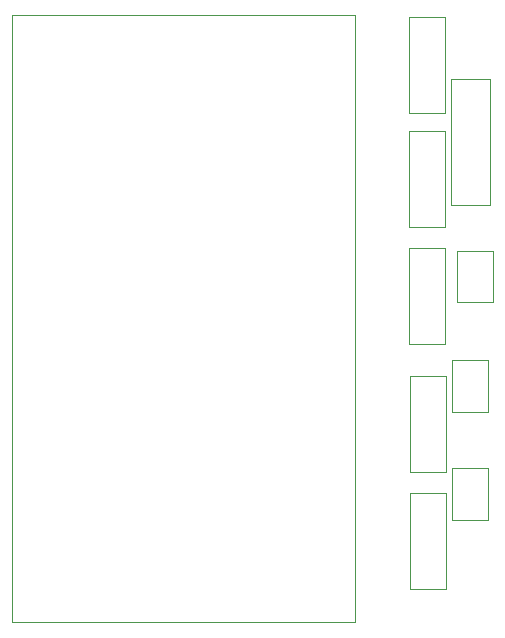
<source format=gbr>
G04*
G04 #@! TF.GenerationSoftware,Altium Limited,Altium Designer,22.4.2 (48)*
G04*
G04 Layer_Color=32768*
%FSLAX25Y25*%
%MOIN*%
G70*
G04*
G04 #@! TF.SameCoordinates,AC32F47B-EC56-4475-8078-1485B9E55ABE*
G04*
G04*
G04 #@! TF.FilePolarity,Positive*
G04*
G01*
G75*
%ADD36C,0.00197*%
D36*
X392295Y317280D02*
X506508D01*
Y114720D02*
Y317280D01*
X392295Y114720D02*
X506508D01*
X392295D02*
Y317280D01*
X539016Y148921D02*
Y166079D01*
X550984D01*
Y148921D02*
Y166079D01*
X539016Y148921D02*
X550984D01*
X539016Y184921D02*
Y202079D01*
X550984D01*
Y184921D02*
Y202079D01*
X539016Y184921D02*
X550984D01*
X540516Y221421D02*
Y238579D01*
X552484D01*
Y221421D02*
Y238579D01*
X540516Y221421D02*
X552484D01*
X525016Y126016D02*
X536984D01*
X525016D02*
Y157984D01*
X536984Y126016D02*
Y157984D01*
X525016D02*
X536984D01*
X525016Y165016D02*
X536984D01*
X525016D02*
Y196984D01*
X536984Y165016D02*
Y196984D01*
X525016D02*
X536984D01*
X524516Y207516D02*
X536484D01*
X524516D02*
Y239484D01*
X536484Y207516D02*
Y239484D01*
X524516D02*
X536484D01*
X524516Y246516D02*
X536484D01*
X524516D02*
Y278484D01*
X536484Y246516D02*
Y278484D01*
X524516D02*
X536484D01*
X524516Y284516D02*
X536484D01*
X524516D02*
Y316484D01*
X536484Y284516D02*
Y316484D01*
X524516D02*
X536484D01*
X551508Y254016D02*
Y295984D01*
X538614D02*
X551508D01*
X538614Y254016D02*
Y295984D01*
Y254016D02*
X551508D01*
M02*

</source>
